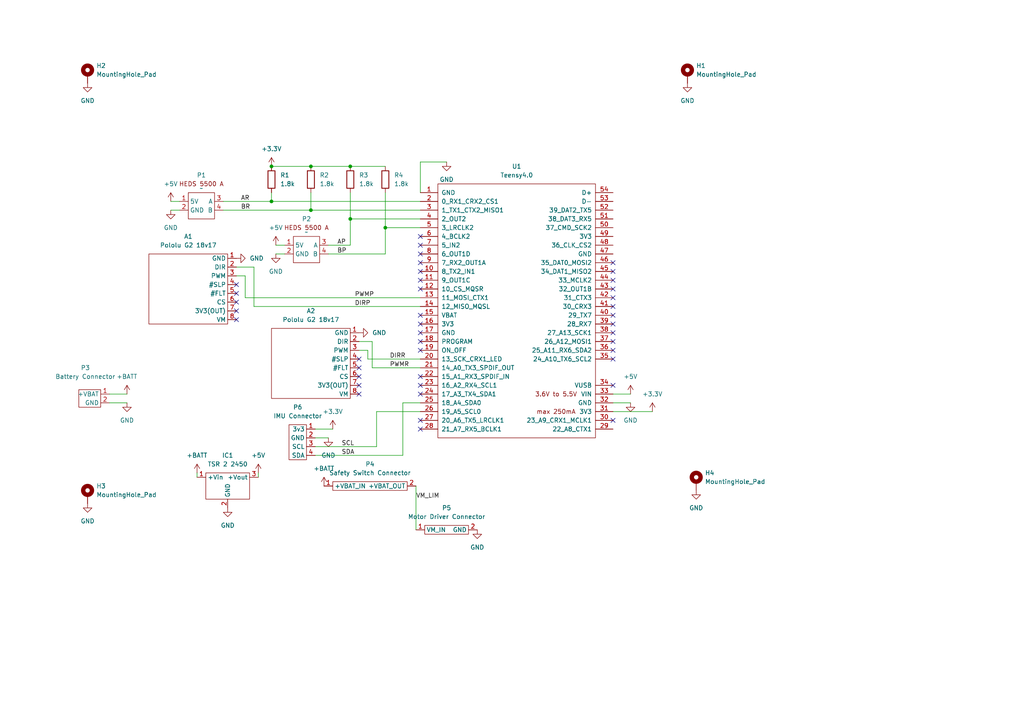
<source format=kicad_sch>
(kicad_sch (version 20230121) (generator eeschema)
  (paper "A4")
  (lib_symbols
    (symbol "Device:R" (pin_numbers hide) (pin_names (offset 0))
      (property "Reference" "R" (at 2.032 0 90))
      (property "Value" "R" (at 0 0 90))
      (symbol "R_0_1"
        (rectangle (start -1.016 -2.54) (end 1.016 2.54) (stroke (width 0.254)))
      )
      (symbol "R_1_1"
        (pin passive line (at 0 3.81 270) (length 1.27) (name "~") (number "1"))
        (pin passive line (at 0 -3.81 90) (length 1.27) (name "~") (number "2"))
      )
    )
    (symbol "Mechanical:MountingHole_Pad" (pin_numbers hide) (pin_names (offset 1.016) hide)
      (property "Reference" "H" (at 0 6.35 0))
      (property "Value" "MountingHole_Pad" (at 0 4.445 0))
      (symbol "MountingHole_Pad_0_1"
        (circle (center 0 1.27) (radius 1.27) (stroke (width 1.27)))
      )
      (symbol "MountingHole_Pad_1_1"
        (pin input line (at 0 -2.54 90) (length 2.54) (name "1") (number "1"))
      )
    )
    (symbol "Pololu G2 18v17_1"
      (property "Reference" "A" (at 0 8.89 0))
      (property "Value" "Pololu G2 18v17" (at 0 6.35 0))
      (symbol "Pololu G2 18v17_1_0_1"
        (rectangle (start -11.43 3.81) (end 11.43 -16.51))
      )
      (symbol "Pololu G2 18v17_1_1_1"
        (pin input line (at 13.97 2.54 180) (length 2.54) (name "GND") (number "1"))
        (pin input line (at 13.97 0 180) (length 2.54) (name "DIR") (number "2"))
        (pin input line (at 13.97 -2.54 180) (length 2.54) (name "PWM") (number "3"))
        (pin input line (at 13.97 -5.08 180) (length 2.54) (name "#SLP") (number "4"))
        (pin output line (at 13.97 -7.62 180) (length 2.54) (name "#FLT") (number "5"))
        (pin output line (at 13.97 -10.16 180) (length 2.54) (name "CS") (number "6"))
        (pin output line (at 13.97 -12.7 180) (length 2.54) (name "3V3(OUT)") (number "7"))
        (pin output line (at 13.97 -15.24 180) (length 2.54) (name "VM") (number "8"))
      )
    )
    (symbol "Quad_Connector_1"
      (property "Reference" "P" (at 0 3.81 0))
      (symbol "Quad_Connector_1_0_1"
        (rectangle (start -3.81 -1.27) (end 3.81 -8.89))
      )
      (symbol "Quad_Connector_1_1_1"
        (text "HEDS 5500 A" (at 0 1.27 0) (effects (font (size 1.27 1.27))))
        (pin input line (at -6.35 -3.81 0) (length 2.54) (name "5V") (number "1"))
        (pin input line (at -6.35 -6.35 0) (length 2.54) (name "GND") (number "2"))
        (pin output line (at 6.35 -3.81 180) (length 2.54) (name "A") (number "3"))
        (pin output line (at 6.35 -6.35 180) (length 2.54) (name "B") (number "4"))
      )
    )
    (symbol "power:+3.3V" (power) (pin_names (offset 0))
      (property "Value" "+3.3V" (at 0 3.556 0))
      (symbol "+3.3V_0_1"
        (polyline (pts (xy -0.762 1.27) (xy 0 2.54)))
        (polyline (pts (xy 0 0) (xy 0 2.54)))
        (polyline (pts (xy 0 2.54) (xy 0.762 1.27)))
      )
      (symbol "+3.3V_1_1"
        (pin power_in line (at 0 0 90) (length 0) hide (name "+3.3V") (number "1"))
      )
    )
    (symbol "power:+5V" (power) (pin_names (offset 0))
      (property "Value" "+5V" (at 0 3.556 0))
      (symbol "+5V_0_1"
        (polyline (pts (xy -0.762 1.27) (xy 0 2.54)))
        (polyline (pts (xy 0 0) (xy 0 2.54)))
        (polyline (pts (xy 0 2.54) (xy 0.762 1.27)))
      )
      (symbol "+5V_1_1"
        (pin power_in line (at 0 0 90) (length 0) hide (name "+5V") (number "1"))
      )
    )
    (symbol "power:+BATT" (power) (pin_names (offset 0))
      (property "Value" "+BATT" (at 0 3.556 0))
      (symbol "+BATT_0_1"
        (polyline (pts (xy -0.762 1.27) (xy 0 2.54)))
        (polyline (pts (xy 0 0) (xy 0 2.54)))
        (polyline (pts (xy 0 2.54) (xy 0.762 1.27)))
      )
      (symbol "+BATT_1_1"
        (pin power_in line (at 0 0 90) (length 0) hide (name "+BATT") (number "1"))
      )
    )
    (symbol "power:GND" (power) (pin_names (offset 0))
      (property "Value" "GND" (at 0 -3.81 0))
      (symbol "GND_0_1"
        (polyline (pts (xy 0 0) (xy 0 -1.27) (xy 1.27 -1.27) (xy 0 -2.54) (xy -1.27 -1.27) (xy 0 -1.27)))
      )
      (symbol "GND_1_1"
        (pin power_in line (at 0 0 270) (length 0) hide (name "GND") (number "1"))
      )
    )
    (symbol "teensy_lib:Teensy4.0" (pin_names (offset 1.016))
      (property "Reference" "U" (at 0 39.37 0))
      (property "Value" "Teensy4.0" (at 0 -39.37 0))
      (symbol "Teensy4.0_0_0"
        (text "3.6V to 5.5V" (at 11.43 -24.13 0) (effects (font (size 1.27 1.27))))
        (text "max 250mA" (at 11.43 -29.21 0) (effects (font (size 1.27 1.27))))
        (pin bidirectional line (at -27.94 11.43 0) (length 5.08) (name "8_TX2_IN1") (number "10"))
        (pin bidirectional line (at -27.94 8.89 0) (length 5.08) (name "9_OUT1C") (number "11"))
        (pin bidirectional line (at -27.94 6.35 0) (length 5.08) (name "10_CS_MQSR") (number "12"))
        (pin bidirectional line (at -27.94 3.81 0) (length 5.08) (name "11_MOSI_CTX1") (number "13"))
        (pin bidirectional line (at -27.94 1.27 0) (length 5.08) (name "12_MISO_MQSL") (number "14"))
        (pin power_in line (at -27.94 -1.27 0) (length 5.08) (name "VBAT") (number "15"))
        (pin power_in line (at -27.94 -3.81 0) (length 5.08) (name "3V3") (number "16"))
        (pin power_in line (at -27.94 -6.35 0) (length 5.08) (name "GND") (number "17"))
        (pin input line (at -27.94 -8.89 0) (length 5.08) (name "PROGRAM") (number "18"))
        (pin input line (at -27.94 -11.43 0) (length 5.08) (name "ON_OFF") (number "19"))
        (pin bidirectional line (at -27.94 -13.97 0) (length 5.08) (name "13_SCK_CRX1_LED") (number "20"))
        (pin bidirectional line (at -27.94 -16.51 0) (length 5.08) (name "14_A0_TX3_SPDIF_OUT") (number "21"))
        (pin bidirectional line (at -27.94 -19.05 0) (length 5.08) (name "15_A1_RX3_SPDIF_IN") (number "22"))
        (pin bidirectional line (at -27.94 -21.59 0) (length 5.08) (name "16_A2_RX4_SCL1") (number "23"))
        (pin bidirectional line (at -27.94 -24.13 0) (length 5.08) (name "17_A3_TX4_SDA1") (number "24"))
        (pin bidirectional line (at -27.94 -26.67 0) (length 5.08) (name "18_A4_SDA0") (number "25"))
        (pin bidirectional line (at -27.94 -29.21 0) (length 5.08) (name "19_A5_SCL0") (number "26"))
        (pin bidirectional line (at -27.94 -31.75 0) (length 5.08) (name "20_A6_TX5_LRCLK1") (number "27"))
        (pin bidirectional line (at -27.94 -34.29 0) (length 5.08) (name "21_A7_RX5_BCLK1") (number "28"))
        (pin bidirectional line (at 27.94 -34.29 180) (length 5.08) (name "22_A8_CTX1") (number "29"))
        (pin bidirectional line (at 27.94 -31.75 180) (length 5.08) (name "23_A9_CRX1_MCLK1") (number "30"))
        (pin power_out line (at 27.94 -29.21 180) (length 5.08) (name "3V3") (number "31"))
        (pin power_in line (at 27.94 -26.67 180) (length 5.08) (name "GND") (number "32"))
        (pin power_in line (at 27.94 -24.13 180) (length 5.08) (name "VIN") (number "33"))
        (pin power_out line (at 27.94 -21.59 180) (length 5.08) (name "VUSB") (number "34"))
        (pin bidirectional line (at 27.94 -13.97 180) (length 5.08) (name "24_A10_TX6_SCL2") (number "35"))
        (pin bidirectional line (at 27.94 -11.43 180) (length 5.08) (name "25_A11_RX6_SDA2") (number "36"))
        (pin bidirectional line (at 27.94 -8.89 180) (length 5.08) (name "26_A12_MOSI1") (number "37"))
        (pin bidirectional line (at 27.94 -6.35 180) (length 5.08) (name "27_A13_SCK1") (number "38"))
        (pin bidirectional line (at 27.94 -3.81 180) (length 5.08) (name "28_RX7") (number "39"))
        (pin bidirectional line (at 27.94 -1.27 180) (length 5.08) (name "29_TX7") (number "40"))
        (pin bidirectional line (at 27.94 1.27 180) (length 5.08) (name "30_CRX3") (number "41"))
        (pin bidirectional line (at 27.94 3.81 180) (length 5.08) (name "31_CTX3") (number "42"))
        (pin bidirectional line (at 27.94 6.35 180) (length 5.08) (name "32_OUT1B") (number "43"))
        (pin bidirectional line (at 27.94 8.89 180) (length 5.08) (name "33_MCLK2") (number "44"))
        (pin bidirectional line (at 27.94 11.43 180) (length 5.08) (name "34_DAT1_MISO2") (number "45"))
        (pin bidirectional line (at 27.94 13.97 180) (length 5.08) (name "35_DAT0_MOSI2") (number "46"))
        (pin power_out line (at 27.94 16.51 180) (length 5.08) (name "GND") (number "47"))
        (pin bidirectional line (at 27.94 19.05 180) (length 5.08) (name "36_CLK_CS2") (number "48"))
        (pin power_out line (at 27.94 21.59 180) (length 5.08) (name "3V3") (number "49"))
        (pin bidirectional line (at -27.94 24.13 0) (length 5.08) (name "3_LRCLK2") (number "5"))
        (pin bidirectional line (at 27.94 24.13 180) (length 5.08) (name "37_CMD_SCK2") (number "50"))
        (pin bidirectional line (at 27.94 26.67 180) (length 5.08) (name "38_DAT3_RX5") (number "51"))
        (pin bidirectional line (at 27.94 29.21 180) (length 5.08) (name "39_DAT2_TX5") (number "52"))
        (pin bidirectional line (at 27.94 31.75 180) (length 5.08) (name "D-") (number "53"))
        (pin bidirectional line (at 27.94 34.29 180) (length 5.08) (name "D+") (number "54"))
        (pin bidirectional line (at -27.94 21.59 0) (length 5.08) (name "4_BCLK2") (number "6"))
        (pin bidirectional line (at -27.94 19.05 0) (length 5.08) (name "5_IN2") (number "7"))
        (pin bidirectional line (at -27.94 16.51 0) (length 5.08) (name "6_OUT1D") (number "8"))
        (pin bidirectional line (at -27.94 13.97 0) (length 5.08) (name "7_RX2_OUT1A") (number "9"))
      )
      (symbol "Teensy4.0_0_1"
        (rectangle (start -22.86 36.83) (end 22.86 -36.83))
        (rectangle (start -20.32 -31.75) (end -20.32 -31.75))
      )
      (symbol "Teensy4.0_1_1"
        (pin power_in line (at -27.94 34.29 0) (length 5.08) (name "GND") (number "1"))
        (pin bidirectional line (at -27.94 31.75 0) (length 5.08) (name "0_RX1_CRX2_CS1") (number "2"))
        (pin bidirectional line (at -27.94 29.21 0) (length 5.08) (name "1_TX1_CTX2_MISO1") (number "3"))
        (pin bidirectional line (at -27.94 26.67 0) (length 5.08) (name "2_OUT2") (number "4"))
      )
    )
    (symbol "unicycle:Quad_Connector"
      (property "Reference" "P" (at 0 3.81 0))
      (symbol "Quad_Connector_0_1"
        (rectangle (start -3.81 -1.27) (end 3.81 -8.89))
      )
      (symbol "Quad_Connector_1_1"
        (text "HEDS 5500 A" (at 0 1.27 0) (effects (font (size 1.27 1.27))))
        (pin input line (at -6.35 -3.81 0) (length 2.54) (name "5V") (number "1"))
        (pin input line (at -6.35 -6.35 0) (length 2.54) (name "GND") (number "2"))
        (pin output line (at 6.35 -3.81 180) (length 2.54) (name "A") (number "3"))
        (pin output line (at 6.35 -6.35 180) (length 2.54) (name "B") (number "4"))
      )
    )
    (symbol "unicycle_lib:Battery Connector"
      (property "Reference" "P" (at 0 3.81 0))
      (property "Value" "Battery Connector" (at 0 1.27 0))
      (symbol "Battery Connector_0_1"
        (rectangle (start -2.54 0) (end 3.81 -5.08))
      )
      (symbol "Battery Connector_1_1"
        (pin output line (at 6.35 -1.27 180) (length 2.54) (name "+VBAT") (number "1"))
        (pin input line (at 6.35 -3.81 180) (length 2.54) (name "GND") (number "2"))
      )
    )
    (symbol "unicycle_lib:IMU Connector"
      (property "Reference" "P" (at 0 3.81 0))
      (property "Value" "IMU Connector" (at 0 1.27 0))
      (symbol "IMU Connector_0_1"
        (rectangle (start 2.54 0) (end -2.54 -10.16))
      )
      (symbol "IMU Connector_1_1"
        (pin input line (at 5.08 -1.27 180) (length 2.54) (name "3v3") (number "1"))
        (pin input line (at 5.08 -3.81 180) (length 2.54) (name "GND") (number "2"))
        (pin input line (at 5.08 -6.35 180) (length 2.54) (name "SCL") (number "3"))
        (pin input line (at 5.08 -8.89 180) (length 2.54) (name "SDA") (number "4"))
      )
    )
    (symbol "unicycle_lib:Motor Driver Connector"
      (property "Reference" "P" (at 0 3.81 0))
      (property "Value" "Motor Driver Connector" (at 0 1.27 0))
      (symbol "Motor Driver Connector_0_1"
        (rectangle (start 6.35 -1.27) (end -6.35 -3.81))
      )
      (symbol "Motor Driver Connector_1_1"
        (pin input line (at -8.89 -2.54 0) (length 2.54) (name "VM_IN") (number "1"))
        (pin input line (at 8.89 -2.54 180) (length 2.54) (name "GND") (number "2"))
      )
    )
    (symbol "unicycle_lib:Pololu G2 18v17"
      (property "Reference" "A" (at 0 8.89 0))
      (property "Value" "Pololu G2 18v17" (at 0 6.35 0))
      (symbol "Pololu G2 18v17_0_1"
        (rectangle (start -11.43 3.81) (end 11.43 -16.51))
      )
      (symbol "Pololu G2 18v17_1_1"
        (pin input line (at 13.97 2.54 180) (length 2.54) (name "GND") (number "1"))
        (pin input line (at 13.97 0 180) (length 2.54) (name "DIR") (number "2"))
        (pin input line (at 13.97 -2.54 180) (length 2.54) (name "PWM") (number "3"))
        (pin input line (at 13.97 -5.08 180) (length 2.54) (name "#SLP") (number "4"))
        (pin output line (at 13.97 -7.62 180) (length 2.54) (name "#FLT") (number "5"))
        (pin output line (at 13.97 -10.16 180) (length 2.54) (name "CS") (number "6"))
        (pin output line (at 13.97 -12.7 180) (length 2.54) (name "3V3(OUT)") (number "7"))
        (pin output line (at 13.97 -15.24 180) (length 2.54) (name "VM") (number "8"))
      )
    )
    (symbol "unicycle_lib:Safety Switch Connector"
      (property "Reference" "P" (at 0 5.08 0))
      (property "Value" "Safety Switch Connector" (at 0 2.54 0))
      (symbol "Safety Switch Connector_0_1"
        (rectangle (start -8.89 0) (end 12.7 -2.54))
      )
      (symbol "Safety Switch Connector_1_1"
        (pin input line (at -11.43 -1.27 0) (length 2.54) (name "+VBAT_IN") (number "1"))
        (pin output line (at 15.24 -1.27 180) (length 2.54) (name "+VBAT_OUT") (number "2"))
      )
    )
    (symbol "unicycle_lib:TSR 2 2450"
      (property "Reference" "IC" (at 0 7.62 0))
      (property "Value" "TSR 2 2450" (at 0 3.81 0))
      (symbol "TSR 2 2450_0_1"
        (rectangle (start -6.35 1.27) (end 6.35 -6.35))
      )
      (symbol "TSR 2 2450_1_1"
        (pin input line (at -8.89 0 0) (length 2.54) (name "+Vin") (number "1"))
        (pin input line (at 0 -8.89 90) (length 2.54) (name "GND") (number "2"))
        (pin input line (at 8.89 0 180) (length 2.54) (name "+Vout") (number "3"))
      )
    )
  )
  (junction (at 78.74 48.26))
  (junction (at 111.76 66.04))
  (junction (at 90.17 48.26))
  (junction (at 101.6 63.5))
  (junction (at 90.17 60.96))
  (junction (at 101.6 48.26))
  (junction (at 78.74 58.42))
  (no_connect (at 104.14 106.68))
  (no_connect (at 177.8 78.74))
  (no_connect (at 121.92 99.06))
  (no_connect (at 121.92 76.2))
  (no_connect (at 68.58 87.63))
  (no_connect (at 104.14 114.3))
  (no_connect (at 121.92 91.44))
  (no_connect (at 121.92 121.92))
  (no_connect (at 121.92 71.12))
  (no_connect (at 177.8 111.76))
  (no_connect (at 177.8 93.98))
  (no_connect (at 68.58 92.71))
  (no_connect (at 177.8 86.36))
  (no_connect (at 121.92 83.82))
  (no_connect (at 121.92 78.74))
  (no_connect (at 177.8 88.9))
  (no_connect (at 177.8 76.2))
  (no_connect (at 177.8 101.6))
  (no_connect (at 177.8 91.44))
  (no_connect (at 177.8 83.82))
  (no_connect (at 68.58 90.17))
  (no_connect (at 121.92 93.98))
  (no_connect (at 104.14 111.76))
  (no_connect (at 177.8 96.52))
  (no_connect (at 121.92 114.3))
  (no_connect (at 121.92 96.52))
  (no_connect (at 68.58 85.09))
  (no_connect (at 121.92 124.46))
  (no_connect (at 121.92 73.66))
  (no_connect (at 121.92 68.58))
  (no_connect (at 177.8 99.06))
  (no_connect (at 121.92 81.28))
  (no_connect (at 121.92 109.22))
  (no_connect (at 104.14 109.22))
  (no_connect (at 121.92 101.6))
  (no_connect (at 177.8 121.92))
  (no_connect (at 104.14 104.14))
  (no_connect (at 68.58 82.55))
  (no_connect (at 177.8 104.14))
  (no_connect (at 177.8 81.28))
  (no_connect (at 121.92 111.76))
  (wire (pts (xy 109.22 129.54) (xy 109.22 119.38)))
  (wire (pts (xy 101.6 55.88) (xy 101.6 63.5)))
  (wire (pts (xy 177.8 119.38) (xy 189.23 119.38)))
  (wire (pts (xy 177.8 114.3) (xy 182.88 114.3)))
  (wire (pts (xy 101.6 63.5) (xy 121.92 63.5)))
  (wire (pts (xy 49.53 60.96) (xy 52.07 60.96)))
  (wire (pts (xy 91.44 132.08) (xy 116.84 132.08)))
  (wire (pts (xy 116.84 116.84) (xy 121.92 116.84)))
  (wire (pts (xy 111.76 55.88) (xy 111.76 66.04)))
  (wire (pts (xy 121.92 106.68) (xy 107.95 106.68)))
  (wire (pts (xy 121.92 46.99) (xy 121.92 55.88)))
  (wire (pts (xy 101.6 63.5) (xy 101.6 71.12)))
  (wire (pts (xy 78.74 58.42) (xy 121.92 58.42)))
  (wire (pts (xy 106.68 104.14) (xy 106.68 101.6)))
  (wire (pts (xy 116.84 132.08) (xy 116.84 116.84)))
  (wire (pts (xy 106.68 101.6) (xy 104.14 101.6)))
  (wire (pts (xy 90.17 55.88) (xy 90.17 60.96)))
  (wire (pts (xy 121.92 88.9) (xy 73.66 88.9)))
  (wire (pts (xy 91.44 127) (xy 95.25 127)))
  (wire (pts (xy 64.77 60.96) (xy 90.17 60.96)))
  (wire (pts (xy 177.8 116.84) (xy 182.88 116.84)))
  (wire (pts (xy 121.92 104.14) (xy 106.68 104.14)))
  (wire (pts (xy 121.92 86.36) (xy 71.12 86.36)))
  (wire (pts (xy 95.25 71.12) (xy 101.6 71.12)))
  (wire (pts (xy 64.77 58.42) (xy 78.74 58.42)))
  (wire (pts (xy 111.76 66.04) (xy 111.76 73.66)))
  (wire (pts (xy 74.93 137.16) (xy 74.93 138.43)))
  (wire (pts (xy 80.01 73.66) (xy 82.55 73.66)))
  (wire (pts (xy 80.01 71.12) (xy 82.55 71.12)))
  (wire (pts (xy 57.15 137.16) (xy 57.15 138.43)))
  (wire (pts (xy 78.74 55.88) (xy 78.74 58.42)))
  (wire (pts (xy 90.17 60.96) (xy 121.92 60.96)))
  (wire (pts (xy 120.65 140.97) (xy 120.65 153.67)))
  (wire (pts (xy 111.76 66.04) (xy 121.92 66.04)))
  (wire (pts (xy 95.25 73.66) (xy 111.76 73.66)))
  (wire (pts (xy 31.75 114.3) (xy 36.83 114.3)))
  (wire (pts (xy 73.66 88.9) (xy 73.66 77.47)))
  (wire (pts (xy 129.54 46.99) (xy 121.92 46.99)))
  (wire (pts (xy 107.95 106.68) (xy 107.95 99.06)))
  (wire (pts (xy 90.17 48.26) (xy 101.6 48.26)))
  (wire (pts (xy 109.22 119.38) (xy 121.92 119.38)))
  (wire (pts (xy 71.12 80.01) (xy 68.58 80.01)))
  (wire (pts (xy 91.44 129.54) (xy 109.22 129.54)))
  (wire (pts (xy 71.12 86.36) (xy 71.12 80.01)))
  (wire (pts (xy 101.6 48.26) (xy 111.76 48.26)))
  (wire (pts (xy 107.95 99.06) (xy 104.14 99.06)))
  (wire (pts (xy 73.66 77.47) (xy 68.58 77.47)))
  (wire (pts (xy 49.53 58.42) (xy 52.07 58.42)))
  (wire (pts (xy 31.75 116.84) (xy 36.83 116.84)))
  (wire (pts (xy 78.74 48.26) (xy 90.17 48.26)))
  (wire (pts (xy 91.44 124.46) (xy 96.52 124.46)))
  (label "BR" (at 69.85 60.96 0))
  (label "BP" (at 97.79 73.66 0))
  (label "SDA" (at 99.06 132.08 0))
  (label "SCL" (at 99.06 129.54 0))
  (label "DIRR" (at 113.03 104.14 0))
  (label "PWMR" (at 113.03 106.68 0))
  (label "DIRP" (at 102.87 88.9 0))
  (label "PWMP" (at 102.87 86.36 0))
  (label "VM_LIM" (at 120.65 144.78 0))
  (label "AP" (at 97.79 71.12 0))
  (label "AR" (at 69.85 58.42 0))
  (symbol (lib_id "Device:R") (at 78.74 52.07 0) (unit 1)
    (property "Reference" "R1" (at 81.28 50.8 0) (effects (justify left)))
    (property "Value" "1.8k" (at 81.28 53.34 0) (effects (justify left)))
    (property "Footprint" "Resistor_SMD:R_0805_2012Metric_Pad1.20x1.40mm_HandSolder" (effects hide))
  )
  (symbol (lib_id "power:+BATT") (at 93.98 140.97 0) (unit 1)
    (property "Reference" "#PWR025" (effects hide))
    (property "Value" "+BATT" (at 93.98 135.89 0))
  )
  (symbol (lib_id "Mechanical:MountingHole_Pad") (at 201.93 139.7 0) (unit 1)
    (property "Reference" "H4" (at 204.47 137.16 0) (effects (justify left)))
    (property "Value" "MountingHole_Pad" (at 204.47 139.7 0) (effects (justify left)))
    (property "Footprint" "MountingHole:MountingHole_3.2mm_M3_Pad_Via" (effects hide))
  )
  (symbol (lib_id "power:+3.3V") (at 96.52 124.46 0) (unit 1)
    (property "Reference" "#PWR017" (effects hide))
    (property "Value" "+3.3V" (at 96.52 119.38 0))
  )
  (symbol (lib_id "power:+3.3V") (at 78.74 48.26 0) (unit 1)
    (property "Reference" "#PWR04" (effects hide))
    (property "Value" "+3.3V" (at 78.74 43.18 0))
  )
  (symbol (lib_id "power:GND") (at 199.39 24.13 0) (unit 1)
    (property "Reference" "#PWR010" (effects hide))
    (property "Value" "GND" (at 199.39 29.21 0))
  )
  (symbol (lib_id "power:+5V") (at 74.93 137.16 0) (unit 1)
    (property "Reference" "#PWR021" (effects hide))
    (property "Value" "+5V" (at 74.93 132.08 0))
  )
  (symbol (lib_id "Device:R") (at 111.76 52.07 0) (unit 1)
    (property "Reference" "R4" (at 114.3 50.8 0) (effects (justify left)))
    (property "Value" "1.8k" (at 114.3 53.34 0) (effects (justify left)))
    (property "Footprint" "Resistor_SMD:R_0805_2012Metric_Pad1.20x1.40mm_HandSolder" (effects hide))
  )
  (symbol (lib_id "Device:R") (at 101.6 52.07 0) (unit 1)
    (property "Reference" "R3" (at 104.14 50.8 0) (effects (justify left)))
    (property "Value" "1.8k" (at 104.14 53.34 0) (effects (justify left)))
    (property "Footprint" "Resistor_SMD:R_0805_2012Metric_Pad1.20x1.40mm_HandSolder" (effects hide))
  )
  (symbol (lib_id "power:GND") (at 49.53 60.96 0) (unit 1)
    (property "Reference" "#PWR05" (effects hide))
    (property "Value" "GND" (at 49.53 66.04 0))
  )
  (symbol (lib_id "power:GND") (at 95.25 127 0) (unit 1)
    (property "Reference" "#PWR016" (effects hide))
    (property "Value" "GND" (at 95.25 132.08 0))
  )
  (symbol (lib_id "unicycle_lib:Battery Connector") (at 25.4 113.03 0) (unit 1)
    (property "Reference" "P3" (at 24.765 106.68 0))
    (property "Value" "Battery Connector" (at 24.765 109.22 0))
    (property "Footprint" "Connector_PinHeader_2.54mm:PinHeader_1x02_P2.54mm_Vertical" (effects hide))
  )
  (symbol (lib_id "Mechanical:MountingHole_Pad") (at 199.39 21.59 0) (unit 1)
    (property "Reference" "H1" (at 201.93 19.05 0) (effects (justify left)))
    (property "Value" "MountingHole_Pad" (at 201.93 21.59 0) (effects (justify left)))
    (property "Footprint" "MountingHole:MountingHole_3.2mm_M3_Pad_Via" (effects hide))
  )
  (symbol (lib_id "power:GND") (at 66.04 147.32 0) (unit 1)
    (property "Reference" "#PWR020" (effects hide))
    (property "Value" "GND" (at 66.04 152.4 0))
  )
  (symbol (lib_id "teensy_lib:Teensy4.0") (at 149.86 90.17 0) (unit 1)
    (property "Reference" "U1" (at 149.86 48.26 0))
    (property "Value" "Teensy4.0" (at 149.86 50.8 0))
    (property "Footprint" "teensy_foot:Teensy40" (effects hide))
  )
  (symbol (lib_id "power:+3.3V") (at 189.23 119.38 0) (unit 1)
    (property "Reference" "#PWR03" (effects hide))
    (property "Value" "+3.3V" (at 189.23 114.3 0))
  )
  (symbol (lib_id "power:+5V") (at 49.53 58.42 0) (unit 1)
    (property "Reference" "#PWR07" (effects hide))
    (property "Value" "+5V" (at 49.53 53.34 0))
  )
  (symbol (lib_id "power:GND") (at 201.93 142.24 0) (unit 1)
    (property "Reference" "#PWR011" (effects hide))
    (property "Value" "GND" (at 201.93 147.32 0))
  )
  (symbol (lib_id "unicycle_lib:Pololu G2 18v17") (at 54.61 77.47 0) (unit 1)
    (property "Reference" "A1" (at 54.61 68.58 0))
    (property "Value" "Pololu G2 18v17" (at 54.61 71.12 0))
    (property "Footprint" "unicycle_foot:Pololu G2 18v17" (effects hide))
  )
  (symbol (lib_id "unicycle_lib:Safety Switch Connector") (at 105.41 139.7 0) (unit 1)
    (property "Reference" "P4" (at 107.315 134.62 0))
    (property "Value" "Safety Switch Connector" (at 107.315 137.16 0))
    (property "Footprint" "Connector_PinHeader_2.54mm:PinHeader_1x02_P2.54mm_Vertical" (effects hide))
  )
  (symbol (lib_id "power:GND") (at 25.4 146.05 0) (unit 1)
    (property "Reference" "#PWR012" (effects hide))
    (property "Value" "GND" (at 25.4 151.13 0))
  )
  (symbol (lib_id "power:GND") (at 68.58 74.93 90) (unit 1)
    (property "Reference" "#PWR014" (effects hide))
    (property "Value" "GND" (at 72.39 74.93 90) (effects (justify right)))
  )
  (symbol (lib_id "power:GND") (at 104.14 96.52 90) (unit 1)
    (property "Reference" "#PWR013" (effects hide))
    (property "Value" "GND" (at 107.95 96.52 90) (effects (justify right)))
  )
  (symbol (lib_id "power:GND") (at 129.54 46.99 0) (unit 1)
    (property "Reference" "#PWR019" (effects hide))
    (property "Value" "GND" (at 129.54 52.07 0))
  )
  (symbol (lib_id "power:+BATT") (at 57.15 137.16 0) (unit 1)
    (property "Reference" "#PWR024" (effects hide))
    (property "Value" "+BATT" (at 57.15 132.08 0))
  )
  (symbol (lib_id "unicycle_lib:Motor Driver Connector") (at 129.54 151.13 0) (unit 1)
    (property "Reference" "P5" (at 129.54 147.32 0))
    (property "Value" "Motor Driver Connector" (at 129.54 149.86 0))
    (property "Footprint" "Connector_PinHeader_2.54mm:PinHeader_1x02_P2.54mm_Vertical" (effects hide))
  )
  (symbol (lib_id "power:GND") (at 25.4 24.13 0) (unit 1)
    (property "Reference" "#PWR09" (effects hide))
    (property "Value" "GND" (at 25.4 29.21 0))
  )
  (symbol (lib_id "unicycle:Quad_Connector") (at 58.42 54.61 0) (unit 1)
    (property "Reference" "P1" (at 58.42 50.8 0))
    (property "Value" "~" (at 58.42 54.61 0))
    (property "Footprint" "Connector_PinHeader_2.54mm:PinHeader_1x04_P2.54mm_Vertical" (effects hide))
  )
  (symbol (lib_id "unicycle_lib:IMU Connector") (at 86.36 123.19 0) (unit 1)
    (property "Reference" "P6" (at 86.36 118.11 0))
    (property "Value" "IMU Connector" (at 86.36 120.65 0))
    (property "Footprint" "Connector_PinHeader_2.54mm:PinHeader_1x04_P2.54mm_Vertical" (effects hide))
  )
  (symbol (lib_id "power:+5V") (at 80.01 71.12 0) (unit 1)
    (property "Reference" "#PWR08" (effects hide))
    (property "Value" "+5V" (at 80.01 66.04 0))
  )
  (symbol (lib_id "power:GND") (at 182.88 116.84 0) (unit 1)
    (property "Reference" "#PWR02" (effects hide))
    (property "Value" "GND" (at 182.88 121.92 0))
  )
  (symbol (lib_name "Pololu G2 18v17_1") (lib_id "unicycle_lib:Pololu G2 18v17") (at 90.17 99.06 0) (unit 1)
    (property "Reference" "A2" (at 90.17 90.17 0))
    (property "Value" "Pololu G2 18v17" (at 90.17 92.71 0))
    (property "Footprint" "unicycle_foot:Pololu G2 18v17" (effects hide))
  )
  (symbol (lib_id "power:GND") (at 138.43 153.67 0) (unit 1)
    (property "Reference" "#PWR015" (effects hide))
    (property "Value" "GND" (at 138.43 158.75 0))
  )
  (symbol (lib_id "power:+5V") (at 182.88 114.3 0) (unit 1)
    (property "Reference" "#PWR01" (effects hide))
    (property "Value" "+5V" (at 182.88 109.22 0))
  )
  (symbol (lib_id "Mechanical:MountingHole_Pad") (at 25.4 21.59 0) (unit 1)
    (property "Reference" "H2" (at 27.94 19.05 0) (effects (justify left)))
    (property "Value" "MountingHole_Pad" (at 27.94 21.59 0) (effects (justify left)))
    (property "Footprint" "MountingHole:MountingHole_3.2mm_M3_Pad_Via" (effects hide))
  )
  (symbol (lib_id "unicycle_lib:TSR 2 2450") (at 66.04 138.43 0) (unit 1)
    (property "Reference" "IC1" (at 66.04 132.08 0))
    (property "Value" "TSR 2 2450" (at 66.04 134.62 0))
    (property "Footprint" "unicycle_foot:TSR 2 2450" (effects hide))
  )
  (symbol (lib_id "power:GND") (at 36.83 116.84 0) (unit 1)
    (property "Reference" "#PWR023" (effects hide))
    (property "Value" "GND" (at 36.83 121.92 0))
  )
  (symbol (lib_id "power:+BATT") (at 36.83 114.3 0) (unit 1)
    (property "Reference" "#PWR022" (effects hide))
    (property "Value" "+BATT" (at 36.83 109.22 0))
  )
  (symbol (lib_id "Mechanical:MountingHole_Pad") (at 25.4 143.51 0) (unit 1)
    (property "Reference" "H3" (at 27.94 140.97 0) (effects (justify left)))
    (property "Value" "MountingHole_Pad" (at 27.94 143.51 0) (effects (justify left)))
    (property "Footprint" "MountingHole:MountingHole_3.2mm_M3_Pad_Via" (effects hide))
  )
  (symbol (lib_id "power:GND") (at 80.01 73.66 0) (unit 1)
    (property "Reference" "#PWR06" (effects hide))
    (property "Value" "GND" (at 80.01 78.74 0))
  )
  (symbol (lib_name "Quad_Connector_1") (lib_id "unicycle:Quad_Connector") (at 88.9 67.31 0) (unit 1)
    (property "Reference" "P2" (at 88.9 63.5 0))
    (property "Value" "~" (at 88.9 67.31 0))
    (property "Footprint" "Connector_PinHeader_2.54mm:PinHeader_1x04_P2.54mm_Vertical" (effects hide))
  )
  (symbol (lib_id "Device:R") (at 90.17 52.07 0) (unit 1)
    (property "Reference" "R2" (at 92.71 50.8 0) (effects (justify left)))
    (property "Value" "1.8k" (at 92.71 53.34 0) (effects (justify left)))
    (property "Footprint" "Resistor_SMD:R_0805_2012Metric_Pad1.20x1.40mm_HandSolder" (effects hide))
  )
)
</source>
